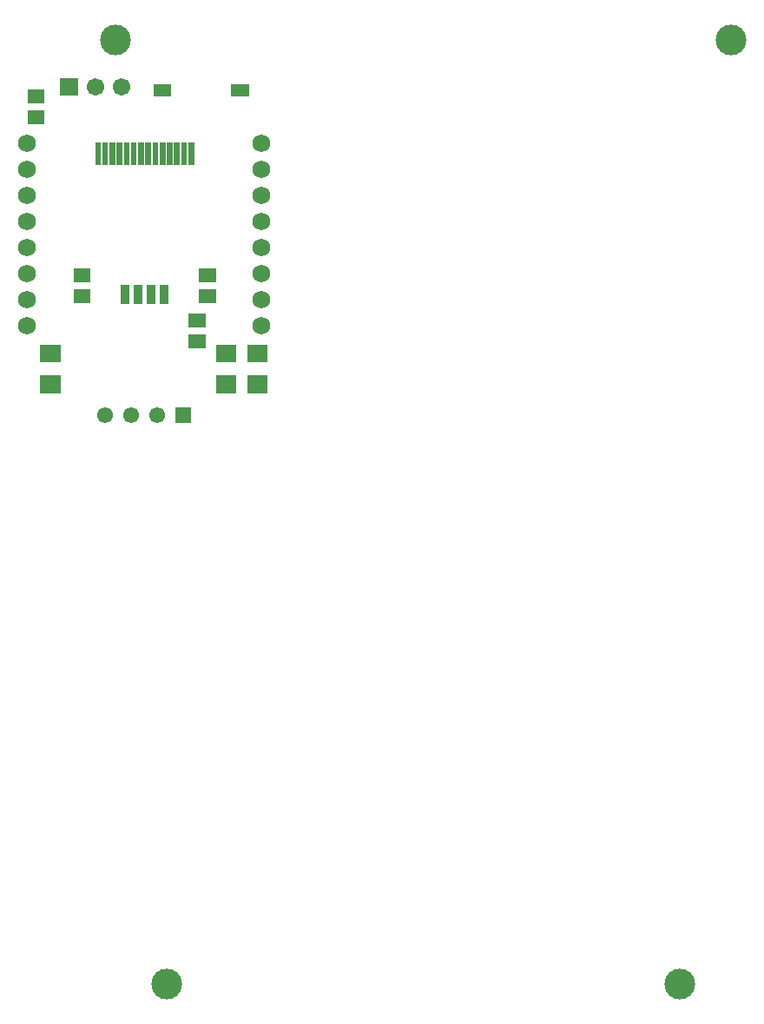
<source format=gts>
G04 Layer: TopSolderMaskLayer*
G04 EasyEDA v6.3.22, 2020-01-19T16:38:24+00:00*
G04 a2d37a9207c24dc198fa5f1151cfaccd,4b468aaabfa54ef3be77053c06c4e1f4,10*
G04 Gerber Generator version 0.2*
G04 Scale: 100 percent, Rotated: No, Reflected: No *
G04 Dimensions in inches *
G04 leading zeros omitted , absolute positions ,2 integer and 4 decimal *
%FSLAX24Y24*%
%MOIN*%
G90*
G70D02*

%ADD31C,0.061100*%
%ADD37C,0.067000*%
%ADD39C,0.068000*%
%ADD40C,0.118110*%

%LPD*%
G36*
G01X6233Y25714D02*
G01X6233Y26325D01*
G01X6844Y26325D01*
G01X6844Y25714D01*
G01X6233Y25714D01*
G37*
G54D31*
G01X5538Y26020D03*
G01X4538Y26020D03*
G01X3538Y26020D03*
G36*
G01X5387Y38257D02*
G01X5387Y38730D01*
G01X6058Y38730D01*
G01X6058Y38257D01*
G01X5387Y38257D01*
G37*
G36*
G01X8379Y38257D02*
G01X8379Y38730D01*
G01X9050Y38730D01*
G01X9050Y38257D01*
G01X8379Y38257D01*
G37*
G36*
G01X5625Y30304D02*
G01X5625Y31014D01*
G01X5981Y31014D01*
G01X5981Y30304D01*
G01X5625Y30304D01*
G37*
G36*
G01X5125Y30304D02*
G01X5125Y31014D01*
G01X5481Y31014D01*
G01X5481Y30304D01*
G01X5125Y30304D01*
G37*
G36*
G01X4625Y30304D02*
G01X4625Y31014D01*
G01X4981Y31014D01*
G01X4981Y30304D01*
G01X4625Y30304D01*
G37*
G36*
G01X4125Y30304D02*
G01X4125Y31014D01*
G01X4481Y31014D01*
G01X4481Y30304D01*
G01X4125Y30304D01*
G37*
G36*
G01X4806Y35619D02*
G01X4806Y36487D01*
G01X5023Y36487D01*
G01X5023Y35619D01*
G01X4806Y35619D01*
G37*
G36*
G01X5081Y35619D02*
G01X5081Y36487D01*
G01X5298Y36487D01*
G01X5298Y35619D01*
G01X5081Y35619D01*
G37*
G36*
G01X5357Y35619D02*
G01X5357Y36487D01*
G01X5574Y36487D01*
G01X5574Y35619D01*
G01X5357Y35619D01*
G37*
G36*
G01X4530Y35620D02*
G01X4530Y36487D01*
G01X4748Y36487D01*
G01X4748Y35620D01*
G01X4530Y35620D01*
G37*
G36*
G01X4254Y35619D02*
G01X4254Y36487D01*
G01X4472Y36487D01*
G01X4472Y35619D01*
G01X4254Y35619D01*
G37*
G36*
G01X5632Y35620D02*
G01X5632Y36487D01*
G01X5850Y36487D01*
G01X5850Y35620D01*
G01X5632Y35620D01*
G37*
G36*
G01X5907Y35620D02*
G01X5907Y36487D01*
G01X6125Y36487D01*
G01X6125Y35620D01*
G01X5907Y35620D01*
G37*
G36*
G01X3979Y35620D02*
G01X3979Y36487D01*
G01X4197Y36487D01*
G01X4197Y35620D01*
G01X3979Y35620D01*
G37*
G36*
G01X6183Y35620D02*
G01X6183Y36487D01*
G01X6401Y36487D01*
G01X6401Y35620D01*
G01X6183Y35620D01*
G37*
G36*
G01X3703Y35620D02*
G01X3703Y36487D01*
G01X3920Y36487D01*
G01X3920Y35620D01*
G01X3703Y35620D01*
G37*
G36*
G01X3427Y35620D02*
G01X3427Y36487D01*
G01X3645Y36487D01*
G01X3645Y35620D01*
G01X3427Y35620D01*
G37*
G36*
G01X6459Y35619D02*
G01X6459Y36487D01*
G01X6677Y36487D01*
G01X6677Y35619D01*
G01X6459Y35619D01*
G37*
G36*
G01X3152Y35620D02*
G01X3152Y36487D01*
G01X3370Y36487D01*
G01X3370Y35620D01*
G01X3152Y35620D01*
G37*
G36*
G01X6735Y35620D02*
G01X6735Y36487D01*
G01X6952Y36487D01*
G01X6952Y35620D01*
G01X6735Y35620D01*
G37*
G36*
G01X2322Y30312D02*
G01X2322Y30848D01*
G01X2981Y30848D01*
G01X2981Y30312D01*
G01X2322Y30312D01*
G37*
G36*
G01X2322Y31112D02*
G01X2322Y31648D01*
G01X2981Y31648D01*
G01X2981Y31112D01*
G01X2322Y31112D01*
G37*
G36*
G01X7125Y30312D02*
G01X7125Y30848D01*
G01X7784Y30848D01*
G01X7784Y30312D01*
G01X7125Y30312D01*
G37*
G36*
G01X7125Y31112D02*
G01X7125Y31648D01*
G01X7784Y31648D01*
G01X7784Y31112D01*
G01X7125Y31112D01*
G37*
G36*
G01X6732Y28579D02*
G01X6732Y29116D01*
G01X7390Y29116D01*
G01X7390Y28579D01*
G01X6732Y28579D01*
G37*
G36*
G01X6732Y29379D02*
G01X6732Y29916D01*
G01X7390Y29916D01*
G01X7390Y29379D01*
G01X6732Y29379D01*
G37*
G36*
G01X1815Y38287D02*
G01X1815Y38957D01*
G01X2485Y38957D01*
G01X2485Y38287D01*
G01X1815Y38287D01*
G37*
G54D37*
G01X3151Y38622D03*
G01X4151Y38622D03*
G36*
G01X551Y37201D02*
G01X551Y37738D01*
G01X1209Y37738D01*
G01X1209Y37201D01*
G01X551Y37201D01*
G37*
G36*
G01X551Y38001D02*
G01X551Y38538D01*
G01X1209Y38538D01*
G01X1209Y38001D01*
G01X551Y38001D01*
G37*
G36*
G01X7794Y28055D02*
G01X7794Y28726D01*
G01X8583Y28726D01*
G01X8583Y28055D01*
G01X7794Y28055D01*
G37*
G36*
G01X7794Y26874D02*
G01X7794Y27545D01*
G01X8583Y27545D01*
G01X8583Y26874D01*
G01X7794Y26874D01*
G37*
G36*
G01X8994Y28055D02*
G01X8994Y28726D01*
G01X9783Y28726D01*
G01X9783Y28055D01*
G01X8994Y28055D01*
G37*
G36*
G01X8994Y26874D02*
G01X8994Y27545D01*
G01X9783Y27545D01*
G01X9783Y26874D01*
G01X8994Y26874D01*
G37*
G36*
G01X1044Y28055D02*
G01X1044Y28726D01*
G01X1833Y28726D01*
G01X1833Y28055D01*
G01X1044Y28055D01*
G37*
G36*
G01X1044Y26874D02*
G01X1044Y27545D01*
G01X1833Y27545D01*
G01X1833Y26874D01*
G01X1044Y26874D01*
G37*
G54D39*
G01X539Y29451D03*
G01X539Y30451D03*
G01X539Y31451D03*
G01X539Y32451D03*
G01X539Y33451D03*
G01X539Y34451D03*
G01X539Y35451D03*
G01X539Y36451D03*
G01X9539Y29451D03*
G01X9539Y30451D03*
G01X9539Y31451D03*
G01X9539Y32451D03*
G01X9539Y33451D03*
G01X9539Y34451D03*
G01X9539Y35451D03*
G01X9539Y36451D03*
G54D40*
G01X3937Y40435D03*
G01X27559Y40435D03*
G01X5905Y4184D03*
G01X25591Y4184D03*
M00*
M02*

</source>
